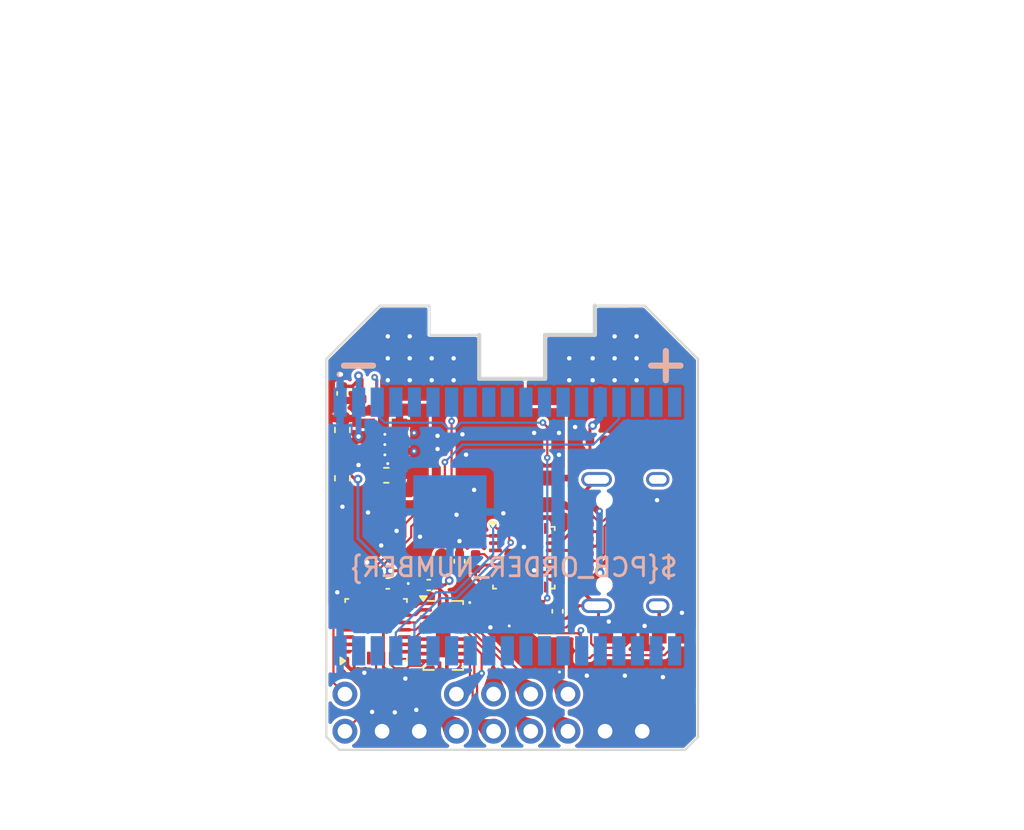
<source format=kicad_pcb>
(kicad_pcb (version 20241229) (generator "pcbnew") (generator_version "9.0")
  (layers (0 "F.Cu" signal) (4 "In1.Cu" signal) (6 "In2.Cu" signal) (2 "B.Cu" signal) (13 "F.Paste" user) (15 "B.Paste" user) (5 "F.SilkS" user "F.Silkscreen") (7 "B.SilkS" user "B.Silkscreen") (1 "F.Mask" user) (3 "B.Mask" user) (25 "Edge.Cuts" user))
  (net 0 "")
  (net 1 "Net-(J1-Pin_4)")
  (net 2 "Net-(J1-Pin_3)")
  (net 3 "Net-(J1-Pin_5)")
  (net 4 "USBD-")
  (net 5 "VUSB")
  (net 6 "USBD+")
  (net 8 "Net-(J2-CC2)")
  (net 9 "Net-(J2-CC1)")
  (net 11 "Net-(U2-NRST)")
  (net 12 "Net-(SW1-A)")
  (net 13 "Net-(SW2-A)")
  (net 14 "Net-(U4-NRST)")
  (net 15 "Net-(U4-PB8)")
  (net 16 "ESPBOOT")
  (net 26 "GND")
  (net 27 "+5V")
  (net 28 "3V3")
  (net 29 "ESPEN")
  (net 34 "ESPRX")
  (net 37 "ESPTX")
  (net 38 "STMTX")
  (net 39 "STMRX")
  (net 40 "SWDIO")
  (net 41 "SWDCLK")
  (net 72 "Net-(U2-PA6)")
  (net 73 "Net-(U2-PA7)")
  (net 74 "Net-(U2-PA4)")
  (net 75 "Net-(J1-Pin_6)")
  (net 76 "Net-(U2-PA5)")
  (net 77 "Net-(J3-Pin_3)")
  (net 78 "Net-(J3-Pin_2)")
  (net 79 "Net-(J3-Pin_1)")
  (net 80 "Net-(J3-Pin_4)")
  (net 81 "Net-(U2-PA1)")
  (net 84 "Net-(U2-PA3)")
  (net 90 "Net-(U2-PA0)")
  (net 94 "Net-(U2-PA2)")
  (footprint "Connector_PinHeader_2.54mm:PinHeader_1x08_P2.54mm_Vertical" (layer "F.Cu") (at 0 0 90)
    (property "Reference" "J1" (hide yes))
    (property "Value" "Conn_01x08_Male")
  )
  (footprint "Connector_PinHeader_2.54mm:PinHeader_1x04_P2.54mm_Vertical" (layer "F.Cu") (at -3.81 -2.54 90)
    (property "Reference" "J3" (hide yes))
    (property "Value" "Conn_01x04_Male")
  )
  (footprint "Connector_PinHeader_2.54mm:PinHeader_1x02_P2.54mm_Vertical" (layer "F.Cu") (at -11.43 -2.54)
    (property "Reference" "J4" (hide yes))
    (property "Value" "Conn_01x02_Male")
  )
  (footprint "footprints:USB_C_Receptacle_HRO_TYPE-C-31-M-12" (layer "F.Cu") (at 8.9 -12.9 90)
    (property "Reference" "J2" (hide yes))
    (property "Value" "USB_C_Receptacle_USB2.0")
  )
  (footprint "esp32-wrover:C_0603_1608Metric" (layer "F.Cu") (at -8.6 -17.5 180)
    (property "Reference" "C2" (hide yes))
    (property "Value" "10uF")
  )
  (footprint "esp32-wrover:C_0603_1608Metric" (layer "F.Cu") (at -11.6 -17.3 -90)
    (property "Reference" "C9" (hide yes))
    (property "Value" "10uF")
  )
  (footprint "esp32-wrover:C_0603_1608Metric" (layer "F.Cu") (at -11.6 -20.6 90)
    (property "Reference" "C4" (hide yes))
    (property "Value" "10uF")
  )
  (footprint "Capacitor_SMD:C_0402_1005Metric" (layer "F.Cu") (at -11.6 -23.1 -90)
    (property "Reference" "C5" (hide yes))
    (property "Value" "1uF")
  )
  (footprint "Resistor_SMD:R_0402_1005Metric" (layer "F.Cu") (at -9.77 -22.71)
    (property "Reference" "R5" (hide yes))
    (property "Value" "10k")
  )
  (footprint "Resistor_SMD:R_0402_1005Metric" (layer "F.Cu") (at -8.7 -3.5)
    (property "Reference" "R6" (hide yes))
    (property "Value" "10k")
  )
  (footprint "Resistor_SMD:R_0402_1005Metric" (layer "F.Cu") (at 5.8 -19.9)
    (property "Reference" "R8" (hide yes))
    (property "Value" "5.1k")
  )
  (footprint "Resistor_SMD:R_0402_1005Metric" (layer "F.Cu") (at 5.8 -18.8)
    (property "Reference" "R9" (hide yes))
    (property "Value" "5.1k")
  )
  (footprint "Resistor_SMD:R_0402_1005Metric" (layer "F.Cu") (at 1.9 -8.2 -90)
    (property "Reference" "R10" (hide yes))
    (property "Value" "470 Ohm")
  )
  (footprint "Resistor_SMD:R_0402_1005Metric" (layer "F.Cu") (at 0 -8.6)
    (property "Reference" "R11" (hide yes))
    (property "Value" "10k")
  )
  (footprint "Button_Switch_SMD:SW_Push_1P1T_NO_CK_KMR2" (layer "F.Cu") (at 7.2 -4.4 -90)
    (property "Reference" "SW1" (hide yes))
    (property "Value" "SW_SPST")
  )
  (footprint "Button_Switch_SMD:SW_Push_1P1T_NO_CK_KMR2" (layer "F.Cu") (at 10.85 -4.4 -90)
    (property "Reference" "SW2" (hide yes))
    (property "Value" "SW_SPST")
  )
  (footprint "Resistor_SMD:R_0402_1005Metric" (layer "F.Cu") (at 4.7 -5.5 -90)
    (property "Reference" "R12" (hide yes))
    (property "Value" "470 Ohm")
  )
  (footprint "footprints:SOT-23-5" (layer "F.Cu") (at -8.8 -20.1 180)
    (property "Reference" "U3" (hide yes))
    (property "Value" "ME6211C33M5G-N")
  )
  (footprint "Capacitor_SMD:C_0402_1005Metric" (layer "F.Cu") (at -3.6 -11.62 90)
    (property "Reference" "C1" (hide yes))
    (property "Value" "1uF")
  )
  (footprint "TestPoint:TestPoint_Pad_D1.0mm" (layer "F.Cu") (at -4.8 -13.4)
    (property "Reference" "TP1" (hide yes))
    (property "Value" "DFU")
  )
  (footprint "Resistor_SMD:R_0805_2012Metric" (layer "F.Cu") (at 2.63 -16.4 90)
    (property "Reference" "JP1" (hide yes))
    (property "Value" "Jumper_2_Open" (hide yes))
  )
  (footprint "Capacitor_SMD:C_0402_1005Metric" (layer "F.Cu") (at -8.5 -10.1)
    (property "Reference" "C7")
    (property "Value" "1uF")
  )
  (footprint "Package_DFN_QFN:QFN-28_4x4mm_P0.5mm" (layer "F.Cu") (at 0.8 -11.8625)
    (property "Reference" "U4")
    (property "Value" "STM32F042G6Ux")
  )
  (footprint "Resistor_SMD:R_0402_1005Metric" (layer "F.Cu") (at -2.5 -13.9 -90)
    (property "Reference" "R14")
    (property "Value" "10k")
  )
  (footprint "Capacitor_SMD:C_0402_1005Metric" (layer "F.Cu") (at -5.7 -10 180)
    (property "Reference" "C8")
    (property "Value" "1uF")
  )
  (footprint "Package_DFN_QFN:DHVQFN-20-1EP_2.5x4.5mm_P0.5mm_EP1x3mm" (layer "F.Cu") (at -4.7125 -6.55)
    (property "Reference" "U6")
    (property "Value" "74HCT245")
  )
  (footprint "Package_DFN_QFN:QFN-28_4x4mm_P0.5mm" (layer "F.Cu") (at -9.3 -6.9375 90)
    (property "Reference" "U2" (hide yes))
    (property "Value" "STM32F042G6Ux")
  )
  (footprint "Resistor_SMD:R_0402_1005Metric" (layer "F.Cu") (at -2.5 -11.6 -90)
    (property "Reference" "R13")
    (property "Value" "10k")
  )
  (footprint "TestPoint:TestPoint_Pad_D1.0mm" (layer "F.Cu") (at -4.8 -12)
    (property "Reference" "TP2" (hide yes))
    (property "Value" "DFU")
  )
  (footprint "Capacitor_SMD:C_0402_1005Metric" (layer "F.Cu") (at 3.1 -8.2 -90)
    (property "Reference" "C6")
    (property "Value" "1uF")
  )
  (footprint "esp32-wrover:XCVR_ESP32-WROVER" (layer "B.Cu") (at -3.5 -14 -90)
    (property "Reference" "U1" (hide yes))
    (property "Value" "ESP32-WROVER")
  )
  (gr_line (start 9.5 -25) (end 11.5 -25) (stroke (width 0.4)) (layer "F.SilkS"))
  (gr_line (start 10.5 -24) (end 10.5 -26) (stroke (width 0.4)) (layer "F.SilkS"))
  (gr_line (start -11.5 -25) (end -9.5 -25) (stroke (width 0.4)) (layer "F.SilkS"))
  (gr_line (start 9.5 -25) (end 11.5 -25) (stroke (width 0.4)) (layer "B.SilkS"))
  (gr_line (start -11.5 -25) (end -9.5 -25) (stroke (width 0.4)) (layer "B.SilkS"))
  (gr_line (start 10.5 -24) (end 10.5 -26) (stroke (width 0.4)) (layer "B.SilkS"))
  (gr_line (start -11.811 1.27) (end 11.811 1.27) (stroke (width 0.15)) (layer "Edge.Cuts"))
  (gr_line (start -5.649784 -27.1) (end -2.249992 -27.100034) (stroke (width 0.15)) (layer "Edge.Cuts"))
  (gr_line (start 9.05 -29.1) (end 12.7 -25.45) (stroke (width 0.15)) (layer "Edge.Cuts"))
  (gr_line (start 5.649267 -29.09991) (end 5.649267 -27.100034) (stroke (width 0.282843)) (layer "Edge.Cuts"))
  (gr_line (start 2.249992 -27.100034) (end 2.249992 -24.099698) (stroke (width 0.282843)) (layer "Edge.Cuts"))
  (gr_line (start -9.036755 -29.1) (end -12.7 -25.45) (stroke (width 0.15)) (layer "Edge.Cuts"))
  (gr_line (start -5.649784 -29.09991) (end -5.649784 -27.1) (stroke (width 0.15)) (layer "Edge.Cuts"))
  (gr_line (start 11.811 1.27) (end 12.7 0.4) (stroke (width 0.15)) (layer "Edge.Cuts"))
  (gr_line (start -12.7 0.381) (end -11.811 1.27) (stroke (width 0.15)) (layer "Edge.Cuts"))
  (gr_line (start 12.7 -24.449999) (end 12.7 -25.45) (stroke (width 0.15)) (layer "Edge.Cuts"))
  (gr_line (start 5.649267 -29.09991) (end 9.05 -29.1) (stroke (width 0.15)) (layer "Edge.Cuts"))
  (gr_line (start -12.7 0.381) (end -12.7 -24.45) (stroke (width 0.15)) (layer "Edge.Cuts"))
  (gr_line (start -12.7 -24.45) (end -12.7 -25.45) (stroke (width 0.15)) (layer "Edge.Cuts"))
  (gr_line (start 5.649267 -27.100034) (end 2.249992 -27.100034) (stroke (width 0.282843)) (layer "Edge.Cuts"))
  (gr_line (start -9.036755 -29.100037) (end -5.649784 -29.09991) (stroke (width 0.15)) (layer "Edge.Cuts"))
  (gr_line (start 2.249992 -24.099698) (end -2.249992 -24.099698) (stroke (width 0.282843)) (layer "Edge.Cuts"))
  (gr_line (start -2.249992 -24.099698) (end -2.249992 -27.100034) (stroke (width 0.282843)) (layer "Edge.Cuts"))
  (gr_line (start 12.7 0.4) (end 12.7 -24.449999) (stroke (width 0.15)) (layer "Edge.Cuts"))
  (gr_text "${PCB_ORDER_NUMBER}" (at 0.1 -11.2 0) (layer "B.SilkS") (effects (font (size 1.25 1.25) (thickness 0.2)) (justify mirror)))
  (segment (start -3.525 -4.477768) (end -3.525 -4.8) (width 0.15) (layer "F.Cu") (net 1))
  (segment (start -1.97 -0.7) (end -2.4 -0.7) (width 0.15) (layer "F.Cu") (net 1))
  (segment (start -3.09 -1.39) (end -4.33 -1.39) (width 0.15) (layer "F.Cu") (net 1))
  (segment (start -4.33 -1.39) (end -5 -2.06) (width 0.15) (layer "F.Cu") (net 1))
  (segment (start -2.4 -0.7) (end -3.09 -1.39) (width 0.15) (layer "F.Cu") (net 1))
  (segment (start -1.27 0) (end -1.97 -0.7) (width 0.15) (layer "F.Cu") (net 1))
  (segment (start -5 -2.06) (end -5 -3.002768) (width 0.15) (layer "F.Cu") (net 1))
  (segment (start -5 -3.002768) (end -3.525 -4.477768) (width 0.15) (layer "F.Cu") (net 1))
  (segment (start -4.4625 -3.969556) (end -5.5 -2.932056) (width 0.15) (layer "F.Cu") (net 2))
  (segment (start -5.5 -1.69) (end -3.81 0) (width 0.15) (layer "F.Cu") (net 2))
  (segment (start -4.4625 -4.3625) (end -4.4625 -3.969556) (width 0.15) (layer "F.Cu") (net 2))
  (segment (start -5.5 -2.932056) (end -5.5 -1.69) (width 0.15) (layer "F.Cu") (net 2))
  (segment (start -3.525 -5.3) (end -3.202768 -5.3) (width 0.15) (layer "F.Cu") (net 3))
  (segment (start -2.7 -3) (end -2.7 -1.9) (width 0.15) (layer "F.Cu") (net 3))
  (segment (start -2.7 -1.9) (end -1.9 -1.1) (width 0.15) (layer "F.Cu") (net 3))
  (segment (start -2.7 -3.1) (end -2.7 -3) (width 0.15) (layer "F.Cu") (net 3))
  (segment (start -2.9 -3.3) (end -2.7 -3.1) (width 0.15) (layer "F.Cu") (net 3))
  (segment (start -3.202768 -5.3) (end -2.8865 -4.983732) (width 0.15) (layer "F.Cu") (net 3))
  (segment (start 0.17 -1.1) (end 1.27 0) (width 0.15) (layer "F.Cu") (net 3))
  (segment (start -2.8865 -3.3135) (end -2.9 -3.3) (width 0.15) (layer "F.Cu") (net 3))
  (segment (start -1.9 -1.1) (end 0.17 -1.1) (width 0.15) (layer "F.Cu") (net 3))
  (segment (start -2.8865 -4.983732) (end -2.8865 -3.3135) (width 0.15) (layer "F.Cu") (net 3))
  (segment (start 3.904 -12.296) (end 4.05 -12.15) (width 0.15) (layer "F.Cu") (net 4))
  (segment (start 2.7375 -12.3625) (end 3.8375 -12.3625) (width 0.2) (layer "F.Cu") (net 4))
  (segment (start 4.855 -13.15) (end 4.028 -13.15) (width 0.15) (layer "F.Cu") (net 4))
  (segment (start 3.8375 -12.3625) (end 4.05 -12.15) (width 0.2) (layer "F.Cu") (net 4))
  (segment (start 3.904 -13.026) (end 3.904 -12.296) (width 0.15) (layer "F.Cu") (net 4))
  (segment (start 4.855 -12.15) (end 4.05 -12.15) (width 0.2) (layer "F.Cu") (net 4))
  (segment (start 4.028 -13.15) (end 3.904 -13.026) (width 0.15) (layer "F.Cu") (net 4))
  (segment (start 3.5875 -15.4875) (end 2.63 -15.4875) (width 0.45) (layer "F.Cu") (net 5))
  (segment (start 5.83 -10.71) (end 5.57 -10.45) (width 0.45) (layer "F.Cu") (net 5))
  (segment (start 3.6 -15.5) (end 3.5875 -15.4875) (width 0.45) (layer "F.Cu") (net 5))
  (segment (start 3.75 -15.35) (end 3.6 -15.5) (width 0.45) (layer "F.Cu") (net 5))
  (segment (start 6.01 -10.84) (end 5.88 -10.71) (width 0.45) (layer "F.Cu") (net 5))
  (segment (start 5.88 -15.05) (end 5.58 -15.35) (width 0.45) (layer "F.Cu") (net 5))
  (segment (start 4.805 -15.3) (end 4.855 -15.35) (width 0.15) (layer "F.Cu") (net 5))
  (segment (start 4.855 -15.35) (end 3.75 -15.35) (width 0.45) (layer "F.Cu") (net 5))
  (segment (start 5.58 -15.35) (end 4.855 -15.35) (width 0.45) (layer "F.Cu") (net 5))
  (segment (start 5.97 -15.05) (end 5.88 -15.05) (width 0.45) (layer "F.Cu") (net 5))
  (segment (start 5.57 -10.45) (end 4.855 -10.45) (width 0.45) (layer "F.Cu") (net 5))
  (segment (start 5.88 -10.71) (end 5.83 -10.71) (width 0.45) (layer "F.Cu") (net 5))
  (via (at 5.97 -15.05) (size 0.45) (drill 0.2) (layers "F.Cu" "B.Cu") (net 5))
  (via (at 6.01 -10.84) (size 0.6) (drill 0.3) (layers "F.Cu" "B.Cu") (net 5))
  (segment (start 5.97 -15.05) (end 5.97 -10.88) (width 0.45) (layer "B.Cu") (net 5))
  (segment (start 5.97 -10.88) (end 6.01 -10.84) (width 0.45) (layer "B.Cu") (net 5))
  (segment (start 5.75 -13.65) (end 4.855 -13.65) (width 0.2) (layer "F.Cu") (net 6))
  (segment (start 5.732 -12.65) (end 5.831 -12.749) (width 0.2) (layer "F.Cu") (net 6))
  (segment (start 3.2625 -12.8625) (end 2.7375 -12.8625) (width 0.2) (layer "F.Cu") (net 6))
  (segment (start 4.855 -12.65) (end 5.732 -12.65) (width 0.2) (layer "F.Cu") (net 6))
  (segment (start 4.855 -13.65) (end 4.05 -13.65) (width 0.2) (layer "F.Cu") (net 6))
  (segment (start 4.05 -13.65) (end 3.2625 -12.8625) (width 0.2) (layer "F.Cu") (net 6))
  (segment (start 5.831 -12.749) (end 5.831 -13.569) (width 0.2) (layer "F.Cu") (net 6))
  (segment (start 5.831 -13.569) (end 5.75 -13.65) (width 0.2) (layer "F.Cu") (net 6))
  (segment (start 5.84 -14.39) (end 6.24 -14.39) (width 0.15) (layer "F.Cu") (net 8))
  (segment (start 6.24 -14.39) (end 7.2 -15.35) (width 0.15) (layer "F.Cu") (net 8))
  (segment (start 4.855 -14.65) (end 5.58 -14.65) (width 0.15) (layer "F.Cu") (net 8))
  (segment (start 7.2 -15.35) (end 7.2 -17.5) (width 0.15) (layer "F.Cu") (net 8))
  (segment (start 5.58 -14.65) (end 5.84 -14.39) (width 0.15) (layer "F.Cu") (net 8))
  (segment (start 6.285 -18.415) (end 6.285 -18.8) (width 0.15) (layer "F.Cu") (net 8))
  (segment (start 7.2 -17.5) (end 6.285 -18.415) (width 0.15) (layer "F.Cu") (net 8))
  (segment (start 6.3 -14.007868) (end 6.3 -12.1) (width 0.15) (layer "F.Cu") (net 9))
  (segment (start 6.9 -18.224264) (end 7.5 -17.624264) (width 0.15) (layer "F.Cu") (net 9))
  (segment (start 6.3 -12.1) (end 5.85 -11.65) (width 0.15) (layer "F.Cu") (net 9))
  (segment (start 6.285 -19.9) (end 6.4 -19.9) (width 0.15) (layer "F.Cu") (net 9))
  (segment (start 6.4 -19.9) (end 6.9 -19.4) (width 0.15) (layer "F.Cu") (net 9))
  (segment (start 7.5 -15.207868) (end 6.3 -14.007868) (width 0.15) (layer "F.Cu") (net 9))
  (segment (start 5.85 -11.65) (end 4.855 -11.65) (width 0.15) (layer "F.Cu") (net 9))
  (segment (start 7.5 -17.624264) (end 7.5 -15.207868) (width 0.15) (layer "F.Cu") (net 9))
  (segment (start 6.9 -19.4) (end 6.9 -18.224264) (width 0.15) (layer "F.Cu") (net 9))
  (segment (start -9.185 -3.8) (end -9.3 -3.915) (width 0.15) (layer "F.Cu") (net 11))
  (segment (start -9.2 -3.6) (end -9.185 -3.615) (width 0.15) (layer "F.Cu") (net 11))
  (segment (start -9.185 -3.585) (end -9.2 -3.6) (width 0.15) (layer "F.Cu") (net 11))
  (segment (start -9.185 -3.615) (end -9.185 -3.8) (width 0.15) (layer "F.Cu") (net 11))
  (segment (start -9.3 -3.915) (end -9.3 -5.000001) (width 0.15) (layer "F.Cu") (net 11))
  (segment (start -9.185 -3.5) (end -9.185 -3.585) (width 0.15) (layer "F.Cu") (net 11))
  (segment (start 5.7 -5.7) (end 5.4 -6) (width 0.15) (layer "F.Cu") (net 12))
  (segment (start 3.7 -7.1) (end 2.1 -7.1) (width 0.15) (layer "F.Cu") (net 12))
  (segment (start 1.9 -7.3) (end 1.9 -7.715) (width 0.15) (layer "F.Cu") (net 12))
  (segment (start 7.6 -5.7) (end 5.7 -5.7) (width 0.15) (layer "F.Cu") (net 12))
  (segment (start 2.1 -7.1) (end 1.9 -7.3) (width 0.15) (layer "F.Cu") (net 12))
  (segment (start 5.4 -6) (end 5.4 -7.1) (width 0.15) (layer "F.Cu") (net 12))
  (segment (start 8 -6.1) (end 7.6 -5.7) (width 0.15) (layer "F.Cu") (net 12))
  (segment (start 5.4 -7.1) (end 5 -7.5) (width 0.15) (layer "F.Cu") (net 12))
  (segment (start 5 -7.5) (end 4.1 -7.5) (width 0.15) (layer "F.Cu") (net 12))
  (segment (start 4.1 -7.5) (end 3.7 -7.1) (width 0.15) (layer "F.Cu") (net 12))
  (segment (start 8 -6.45) (end 8 -6.1) (width 0.15) (layer "F.Cu") (net 12))
  (segment (start 5.5 -5.2) (end 5.315 -5.015) (width 0.15) (layer "F.Cu") (net 13))
  (segment (start 10.4 -5.2) (end 5.5 -5.2) (width 0.15) (layer "F.Cu") (net 13))
  (segment (start 11.65 -6.45) (end 10.4 -5.2) (width 0.15) (layer "F.Cu") (net 13))
  (segment (start 5.315 -5.015) (end 4.7 -5.015) (width 0.15) (layer "F.Cu") (net 13))
  (segment (start -1.6625 -11.8625) (end -1.909999 -12.109999) (width 0.15) (layer "F.Cu") (net 14))
  (segment (start -1.909999 -12.109999) (end -2.5 -12.109999) (width 0.15) (layer "F.Cu") (net 14))
  (segment (start -1.137499 -11.8625) (end -1.6625 -11.8625) (width 0.15) (layer "F.Cu") (net 14))
  (segment (start -2.709999 -13.6) (end -2.5 -13.390001) (width 0.15) (layer "F.Cu") (net 15))
  (segment (start -2.472499 -13.3625) (end -2.5 -13.390001) (width 0.15) (layer "F.Cu") (net 15))
  (segment (start -4.8 -13.4) (end -4.6 -13.6) (width 0.15) (layer "F.Cu") (net 15))
  (segment (start -4.6 -13.6) (end -2.709999 -13.6) (width 0.15) (layer "F.Cu") (net 15))
  (segment (start -1.1975 -13.3625) (end -2.472499 -13.3625) (width 0.15) (layer "F.Cu") (net 15))
  (segment (start 1.3 -9.925) (end 1.3 -9.415) (width 0.15) (layer "F.Cu") (net 16))
  (segment (start 4.5 -6.7) (end 4.7 -6.5) (width 0.15) (layer "F.Cu") (net 16))
  (segment (start 0.485 -8.015) (end 1.8 -6.7) (width 0.15) (layer "F.Cu") (net 16))
  (segment (start 1.3 -9.415) (end 0.485 -8.6) (width 0.15) (layer "F.Cu") (net 16))
  (segment (start 1.8 -6.7) (end 4.5 -6.7) (width 0.15) (layer "F.Cu") (net 16))
  (segment (start 0.485 -8.6) (end 0.485 -8.015) (width 0.15) (layer "F.Cu") (net 16))
  (segment (start 4.7 -6.5) (end 4.7 -5.985) (width 0.15) (layer "F.Cu") (net 16))
  (segment (start 4.7 -5.985) (end 4.7 -6.9) (width 0.15) (layer "F.Cu") (net 16))
  (via (at 4.7 -6.9) (size 0.45) (drill 0.2) (layers "F.Cu" "B.Cu") (net 16))
  (segment (start 4.7 -5.55) (end 4.75 -5.5) (width 0.15) (layer "B.Cu") (net 16))
  (segment (start 4.7 -6.9) (end 4.7 -5.55) (width 0.15) (layer "B.Cu") (net 16))
  (segment (start -11.7 -24.4) (end -11.6 -24.3) (width 0.24) (layer "F.Cu") (net 26))
  (segment (start 4.855 -16.305) (end 5.77 -17.22) (width 0.24) (layer "F.Cu") (net 26))
  (segment (start 4.855 -9.495) (end 5.77 -8.58) (width 0.24) (layer "F.Cu") (net 26))
  (segment (start -12.3 -24.3) (end -12.2 -24.4) (width 0.24) (layer "F.Cu") (net 26))
  (segment (start -8.02 -10.1) (end -7.1 -10.1) (width 0.2) (layer "F.Cu") (net 26))
  (segment (start -11.6 -15.8) (end -11.6 -16.8125) (width 0.4) (layer "F.Cu") (net 26))
  (segment (start -3.25 -8.8) (end -3.525 -8.525) (width 0.2) (layer "F.Cu") (net 26))
  (segment (start -3.6 -12.1) (end -3.6 -13) (width 0.2) (layer "F.Cu") (net 26))
  (segment (start 2.7375 -10.8625) (end 1.6375 -10.8625) (width 0.2) (layer "F.Cu") (net 26))
  (segment (start 10.05 -8.48) (end 9.95 -8.58) (width 0.24) (layer "F.Cu") (net 26))
  (segment (start -7.7 -20.1) (end -8.4 -20.1) (width 0.5) (layer "F.Cu") (net 26))
  (segment (start 4.855 -9.65) (end 4.855 -9.495) (width 0.24) (layer "F.Cu") (net 26))
  (segment (start 5.9 -7.3) (end 6.4 -6.8) (width 0.2) (layer "F.Cu") (net 26))
  (segment (start -3.525 -8.525) (end -3.525 -8.3) (width 0.2) (layer "F.Cu") (net 26))
  (segment (start -8.4 -20.1) (end -8.7 -20.4) (width 0.24) (layer "F.Cu") (net 26))
  (segment (start -5.225 -4.1) (end -6.8 -4.1) (width 0.2) (layer "F.Cu") (net 26))
  (segment (start -12.2125 -21.3875) (end -12.4 -21.2) (width 0.24) (layer "F.Cu") (net 26))
  (segment (start 5.315 -18.8) (end 5.315 -19.9) (width 0.2) (layer "F.Cu") (net 26))
  (segment (start -8.3 -8.875) (end -8.3 -9.5) (width 0.2) (layer "F.Cu") (net 26))
  (segment (start -11.6 -21.3875) (end -11.6 -22.615) (width 0.24) (layer "F.Cu") (net 26))
  (segment (start -12.2125 -16.5125) (end -11.6 -16.5125) (width 0.24) (layer "F.Cu") (net 26))
  (segment (start -10.1 -4) (end -10.6 -4) (width 0.2) (layer "F.Cu") (net 26))
  (segment (start -12.2 -24.4) (end -11.7 -24.4) (width 0.24) (layer "F.Cu") (net 26))
  (segment (start -7 -10) (end -7.1 -10.1) (width 0.2) (layer "F.Cu") (net 26))
  (segment (start 5.77 -8.58) (end 4.58 -8.58) (width 0.2) (layer "F.Cu") (net 26))
  (segment (start -6.8 -4.1) (end -7.3 -3.6) (width 0.2) (layer "F.Cu") (net 26))
  (segment (start 3.1 -7.72) (end 3.72 -7.72) (width 0.2) (layer "F.Cu") (net 26))
  (segment (start 5.315 -19.9) (end 5.315 -20.715) (width 0.2) (layer "F.Cu") (net 26))
  (segment (start -4.9625 -4.3625) (end -5.225 -4.1) (width 0.2) (layer "F.Cu") (net 26))
  (segment (start 4.855 -16.15) (end 4.855 -16.305) (width 0.24) (layer "F.Cu") (net 26))
  (segment (start 10.05 -6.45) (end 10.05 -8.48) (width 0.24) (layer "F.Cu") (net 26))
  (segment (start -12.1 -22.6) (end -12.3 -22.8) (width 0.24) (layer "F.Cu") (net 26))
  (segment (start -11.6 -21.3875) (end -12.2125 -21.3875) (width 0.24) (layer "F.Cu") (net 26))
  (segment (start -11.6 -22.615) (end -11.615 -22.6) (width 0.24) (layer "F.Cu") (net 26))
  (segment (start -2.9 -8.8) (end -3.25 -8.8) (width 0.2) (layer "F.Cu") (net 26))
  (segment (start -8.3 -9.5) (end -8.02 -9.78) (width 0.2) (layer "F.Cu") (net 26))
  (segment (start 1.6375 -10.8625) (end 1.5 -11) (width 0.2) (layer "F.Cu") (net 26))
  (segment (start 4.58 -8.58) (end 4.2 -8.2) (width 0.2) (layer "F.Cu") (net 26))
  (segment (start -12.3 -22.8) (end -12.3 -24.3) (width 0.24) (layer "F.Cu") (net 26))
  (segment (start -10.6 -4) (end -10.8 -4.2) (width 0.2) (layer "F.Cu") (net 26))
  (segment (start 3.72 -7.72) (end 4.2 -8.2) (width 0.2) (layer "F.Cu") (net 26))
  (segment (start 5.77 -8.58) (end 5.9 -8.45) (width 0.2) (layer "F.Cu") (net 26))
  (segment (start -6.18 -10) (end -7 -10) (width 0.2) (layer "F.Cu") (net 26))
  (segment (start -11.615 -22.6) (end -12.1 -22.6) (width 0.24) (layer "F.Cu") (net 26))
  (segment (start 5.315 -20.715) (end 5.5 -20.9) (width 0.2) (layer "F.Cu") (net 26))
  (segment (start -12.4 -21.2) (end -12.4 -16.7) (width 0.24) (layer "F.Cu") (net 26))
  (segment (start 5.77 -8.58) (end 5.92 -8.58) (width 0.24) (layer "F.Cu") (net 26))
  (segment (start -8.02 -9.78) (end -8.02 -10.1) (width 0.2) (layer "F.Cu") (net 26))
  (segment (start 6.4 -6.8) (end 6.4 -6.45) (width 0.2) (layer "F.Cu") (net 26))
  (segment (start 5.9 -8.45) (end 5.9 -7.3) (width 0.2) (layer "F.Cu") (net 26))
  (segment (start -10.8 -4.2) (end -10.8 -4.94) (width 0.2) (layer "F.Cu") (net 26))
  (segment (start -12.4 -16.7) (end -12.2125 -16.5125) (width 0.24) (layer "F.Cu") (net 26))
  (via (at -8.5 -25.5) (size 0.6) (drill 0.3) (layers "F.Cu" "B.Cu") (net 26))
  (via (at -8.5 -24) (size 0.6) (drill 0.3) (layers "F.Cu" "B.Cu") (net 26))
  (via (at -8.5 -27) (size 0.6) (drill 0.3) (layers "F.Cu" "B.Cu") (net 26))
  (via (at -8.7 -20.3) (size 0.45) (drill 0.2) (layers "F.Cu" "B.Cu") (net 26))
  (via (at -9.9 -11.55) (size 0.6) (drill 0.3) (layers "F.Cu" "B.Cu") (net 26))
  (via (at -10.1 -4) (size 0.6) (drill 0.3) (layers "F.Cu" "B.Cu") (net 26))
  (via (at -7.3 -3.6) (size 0.6) (drill 0.3) (layers "F.Cu" "B.Cu") (net 26))
  (via (at -2.6 -16.5) (size 0.6) (drill 0.3) (layers "F.Cu" "B.Cu") (net 26))
  (via (at -8.5 -18.3) (size 0.45) (drill 0.2) (layers "F.Cu" "B.Cu") (net 26))
  (via (at -8.7 -18.9) (size 0.45) (drill 0.2) (layers "F.Cu" "B.Cu") (net 26))
  (via (at -8.7 -19.6) (size 0.45) (drill 0.2) (layers "F.Cu" "B.Cu") (net 26))
  (via (at -6.3 -13.3) (size 0.6) (drill 0.3) (layers "F.Cu" "B.Cu") (net 26))
  (via (at -2.9 -8.8) (size 0.45) (drill 0.2) (layers "F.Cu" "B.Cu") (net 26))
  (via (at -4 -24) (size 0.6) (drill 0.3) (layers "F.Cu" "B.Cu") (net 26))
  (via (at -11.95 -9.5) (size 0.6) (drill 0.3) (layers "F.Cu" "B.Cu") (net 26))
  (via (at 3.2 -18.9) (size 0.6) (drill 0.3) (layers "F.Cu" "B.Cu") (net 26))
  (via (at -3.8 -14.8) (size 0.6) (drill 0.3) (layers "F.Cu" "B.Cu") (net 26))
  (via (at -5.5 -25.5) (size 0.6) (drill 0.3) (layers "F.Cu" "B.Cu") (net 26))
  (via (at 3.2 -20.4) (size 0.6) (drill 0.3) (layers "F.Cu" "B.Cu") (net 26))
  (via (at -5.1 -20.2) (size 0.6) (drill 0.3) (layers "F.Cu" "B.Cu") (net 26))
  (via (at -1.49 -7.1) (size 0.6) (drill 0.3) (layers "F.Cu" "B.Cu") (net 26))
  (via (at 1.5 -11) (size 0.6) (drill 0.3) (layers "F.Cu" "B.Cu") (net 26))
  (via (at 0.8 -12.6) (size 0.6) (drill 0.3) (layers "F.Cu" "B.Cu") (net 26))
  (via (at -5.1 -19.3) (size 0.6) (drill 0.3) (layers "F.Cu" "B.Cu") (net 26))
  (via (at -0.6 -14.9) (size 0.6) (drill 0.3) (layers "F.Cu" "B.Cu") (net 26))
  (via (at -3.4 -20.3) (size 0.6) (drill 0.3) (layers "F.Cu" "B.Cu") (net 26))
  (via (at -3.15 -18.91) (size 0.6) (drill 0.3) (layers "F.Cu" "B.Cu") (net 26))
  (via (at -7.1 -10.1) (size 0.45) (drill 0.2) (layers "F.Cu" "B.Cu") (net 26))
  (via (at -7.9 -13.7) (size 0.6) (drill 0.3) (layers "F.Cu" "B.Cu") (net 26))
  (via (at -9.85 -14.96) (size 0.6) (drill 0.3) (layers "F.Cu" "B.Cu") (net 26))
  (via (at -11.7 -24.4) (size 0.6) (drill 0.3) (layers "F.Cu" "B.Cu") (net 26))
  (via (at -7 -27) (size 0.6) (drill 0.3) (layers "F.Cu" "B.Cu") (net 26))
  (via (at -0.2 -7.2) (size 0.45) (drill 0.2) (layers "F.Cu" "B.Cu") (net 26))
  (via (at -10.5 -18.2) (size 0.6) (drill 0.3) (layers "F.Cu" "B.Cu") (net 26))
  (via (at -4 -25.5) (size 0.6) (drill 0.3) (layers "F.Cu" "B.Cu") (net 26))
  (via (at -7 -24) (size 0.6) (drill 0.3) (layers "F.Cu" "B.Cu") (net 26))
  (via (at -8.02 -1.29) (size 0.6) (drill 0.3) (layers "F.Cu" "B.Cu") (net 26))
  (via (at -5.5 -24) (size 0.6) (drill 0.3) (layers "F.Cu" "B.Cu") (net 26))
  (via (at -3.6 -13) (size 0.6) (drill 0.3) (layers "F.Cu" "B.Cu") (net 26))
  (via (at 3.23 -4.05) (size 0.45) (drill 0.2) (layers "F.Cu" "B.Cu") (net 26))
  (via (at 1.5 -20.4) (size 0.6) (drill 0.3) (layers "F.Cu" "B.Cu") (net 26))
  (via (at -6.55 -1.46) (size 0.6) (drill 0.3) (layers "F.Cu" "B.Cu") (net 26))
  (via (at -8.95 -12.7) (size 0.6) (drill 0.3) (layers "F.Cu" "B.Cu") (net 26))
  (via (at -7 -25.5) (size 0.6) (drill 0.3) (layers "F.Cu" "B.Cu") (net 26))
  (via (at -9.57 -1.32) (size 0.6) (drill 0.3) (layers "F.Cu" "B.Cu") (net 26))
  (via (at -11.6 -15.35) (size 0.6) (drill 0.3) (layers "F.Cu" "B.Cu") (net 26))
  (via (at 5.5 -20.9) (size 0.6) (drill 0.3) (layers "F.Cu" "B.Cu") (net 26))
  (segment (start -11.76 -5.5) (end -11.76 -6.24) (width 0.25) (layer "B.Cu") (net 26))
  (segment (start 5.5 -20.9) (end 6.02 -21.42) (width 0.4) (layer "B.Cu") (net 26))
  (segment (start 6.02 -21.42) (end 6.02 -22.5) (width 0.4) (layer "B.Cu") (net 26))
  (segment (start 5.4 -20.9) (end 5.5 -20.9) (width 0.4) (layer "B.Cu") (net 26))
  (segment (start -11.7 -24.4) (end -11.76 -24.34) (width 0.24) (layer "B.Cu") (net 26))
  (segment (start -11.76 -24.34) (end -11.76 -22.5) (width 0.24) (layer "B.Cu") (net 26))
  (segment (start -10.1 -26) (end -8.5 -26) (width 0.4) (layer "B.Cu") (net 26))
  (segment (start -8.89 -1.97) (end -10.76 -3.84) (width 0.4) (layer "B.Cu") (net 26))
  (segment (start -10.76 -3.84) (end -11.59 -3.84) (width 0.4) (layer "B.Cu") (net 26))
  (segment (start -11.59 -3.84) (end -11.76 -4.01) (width 0.4) (layer "B.Cu") (net 26))
  (segment (start -11.76 -4.01) (end -11.76 -5.5) (width 0.4) (layer "B.Cu") (net 26))
  (segment (start -11.7 -24.4) (end -10.1 -26) (width 0.4) (layer "B.Cu") (net 26))
  (segment (start 6.02 -22.5) (end 6.02 -23.365996) (width 0.4) (layer "B.Cu") (net 26))
  (segment (start -11.76 -22.5) (end -11.76 -19.46) (width 0.24) (layer "B.Cu") (net 26))
  (segment (start -8.89 0) (end -8.89 -1.97) (width 0.4) (layer "B.Cu") (net 26))
  (segment (start -11.76 -19.46) (end -10.5 -18.2) (width 0.24) (layer "B.Cu") (net 26))
  (segment (start -6.7 -21.05) (end -6.7 -20.42) (width 0.5) (layer "F.Cu") (net 27))
  (segment (start 7.2 -3.3) (end 7.2 -1.59) (width 0.2) (layer "F.Cu") (net 27))
  (segment (start -4.3 -10.3) (end -4.6 -10) (width 0.2) (layer "F.Cu") (net 27))
  (segment (start 3.9125 -17.3125) (end 4.3 -17.7) (width 0.45) (layer "F.Cu") (net 27))
  (segment (start -4.9625 -8.7375) (end -4.9625 -9.7425) (width 0.2) (layer "F.Cu") (net 27))
  (segment (start -4.6 -10) (end -5.22 -10) (width 0.2) (layer "F.Cu") (net 27))
  (segment (start -6.7 -19.15) (end -7.8 -19.15) (width 0.5) (layer "F.Cu") (net 27))
  (segment (start -4.4625 -9.2425) (end -5.22 -10) (width 0.2) (layer "F.Cu") (net 27))
  (segment (start 4.3 -17.7) (end 4.3 -20.8) (width 0.45) (layer "F.Cu") (net 27))
  (segment (start 7.7 -3.8) (end 7.2 -3.3) (width 0.2) (layer "F.Cu") (net 27))
  (segment (start -7.8 -21.05) (end -6.7 -21.05) (width 0.5) (layer "F.Cu") (net 27))
  (segment (start -7.8125 -17.75) (end -7.8125 -19.1375) (width 0.4) (layer "F.Cu") (net 27))
  (segment (start 10.849999 -1.759999) (end 10.85 -3.19) (width 0.19) (layer "F.Cu") (net 27))
  (segment (start 2.63 -17.3125) (end 3.9125 -17.3125) (width 0.45) (layer "F.Cu") (net 27))
  (segment (start -7.8125 -19.1375) (end -7.8 -19.15) (width 0.24) (layer "F.Cu") (net 27))
  (segment (start -4.4625 -8.7375) (end -4.4625 -9.2425) (width 0.2) (layer "F.Cu") (net 27))
  (segment (start 10.3 -3.7) (end 10.829999 -3.170001) (width 0.24) (layer "F.Cu") (net 27))
  (segment (start -6.7 -19.15) (end -6.7 -20.4) (width 0.5) (layer "F.Cu") (net 27))
  (segment (start -4.9625 -9.7425) (end -5.22 -10) (width 0.2) (layer "F.Cu") (net 27))
  (via (at 8.5 -25.5) (size 0.6) (drill 0.3) (layers "F.Cu" "B.Cu") (net 27))
  (via (at 7 -25.5) (size 0.6) (drill 0.3) (layers "F.Cu" "B.Cu") (net 27))
  (via (at 8.5 -24) (size 0.6) (drill 0.3) (layers "F.Cu" "B.Cu") (net 27))
  (via (at 7 -27) (size 0.6) (drill 0.3) (layers "F.Cu" "B.Cu") (net 27))
  (via (at 7 -24) (size 0.6) (drill 0.3) (layers "F.Cu" "B.Cu") (net 27))
  (via (at 8.5 -27) (size 0.6) (drill 0.3) (layers "F.Cu" "B.Cu") (net 27))
  (via (at 5.5 -25.5) (size 0.6) (drill 0.3) (layers "F.Cu" "B.Cu") (net 27))
  (via (at -6.7 -19.15) (size 0.45) (drill 0.2) (layers "F.Cu" "B.Cu") (net 27))
  (via (at 5.1 -3.8) (size 0.6) (drill 0.3) (layers "F.Cu" "B.Cu") (net 27))
  (via (at 7.7 -3.8) (size 0.6) (drill 0.3) (layers "F.Cu" "B.Cu") (net 27))
  (via (at 10.3 -3.7) (size 0.6) (drill 0.3) (layers "F.Cu" "B.Cu") (net 27))
  (via (at -6.7 -20.4) (size 0.45) (drill 0.2) (layers "F.Cu" "B.Cu") (net 27))
  (via (at 5.5 -24) (size 0.6) (drill 0.3) (layers "F.Cu" "B.Cu") (net 27))
  (via (at 3.9 -25.5) (size 0.6) (drill 0.3) (layers "F.Cu" "B.Cu") (net 27))
  (via (at 3.9 -24) (size 0.6) (drill 0.3) (layers "F.Cu" "B.Cu") (net 27))
  (via (at 11.6 -8.1) (size 0.6) (drill 0.3) (layers "F.Cu" "B.Cu") (net 27))
  (via (at 4.3 -20.8) (size 0.6) (drill 0.3) (layers "F.Cu" "B.Cu") (net 27))
  (via (at 9.05 -7.2) (size 0.6) (drill 0.3) (layers "F.Cu" "B.Cu") (net 27))
  (via (at 6.6 -7.5) (size 0.6) (drill 0.3) (layers "F.Cu" "B.Cu") (net 27))
  (via (at 9.9 -15.8) (size 0.6) (drill 0.3) (layers "F.Cu" "B.Cu") (net 27))
  (via (at -4.3 -10.3) (size 0.6) (drill 0.3) (layers "F.Cu" "B.Cu") (net 27))
  (segment (start -11.6 -18.3875) (end -11.6 -19.8125) (width 0.4) (layer "F.Cu") (net 28))
  (segment (start -10.915 -23.585) (end -10.5 -24) (width 0.24) (layer "F.Cu") (net 28))
  (segment (start -8.98 -10.32) (end -8.33 -10.97) (width 0.2) (layer "F.Cu") (net 28))
  (segment (start 2.0375 -11.3625) (end 1.8 -11.6) (width 0.2) (layer "F.Cu") (net 28))
  (segment (start 2.7375 -11.3625) (end 3.3375 -11.3625) (width 0.2) (layer "F.Cu") (net 28))
  (segment (start -10.255 -24.055) (end -10.5 -24.3) (width 0.2) (layer "F.Cu") (net 28))
  (segment (start -8.8 -5) (end -8.8 -7.7) (width 0.2) (layer "F.Cu") (net 28))
  (segment (start 2.0625 -11.8625) (end 1.8 -11.6) (width 0.2) (layer "F.Cu") (net 28))
  (segment (start 1.8 -11.6) (end 0 -11.6) (width 0.2) (layer "F.Cu") (net 28))
  (segment (start -2.5 -11.090001) (end -2.5 -10.5) (width 0.2) (layer "F.Cu") (net 28))
  (segment (start -10 -19.15) (end -10 -19.65) (width 0.4) (layer "F.Cu") (net 28))
  (segment (start -8.8 -8.875) (end -8.8 -9.4) (width 0.2) (layer "F.Cu") (net 28))
  (segment (start -4.990001 -11.090001) (end -2.5 -11.090001) (width 0.2) (layer "F.Cu") (net 28))
  (segment (start 2.7375 -11.3625) (end 2.0375 -11.3625) (width 0.2) (layer "F.Cu") (net 28))
  (segment (start -9.3 -8.2) (end -8.8 -7.7) (width 0.2) (layer "F.Cu") (net 28))
  (segment (start 2.737499 -11.8625) (end 2.0625 -11.8625) (width 0.2) (layer "F.Cu") (net 28))
  (segment (start -2.5 -10.5) (end -0.6 -8.6) (width 0.2) (layer "F.Cu") (net 28))
  (segment (start -8.8 -7.7) (end -8.8 -8.875) (width 0.2) (layer "F.Cu") (net 28))
  (segment (start -10.8375 -19.8125) (end -10.5 -20.15) (width 0.4) (layer "F.Cu") (net 28))
  (segment (start 3.1 -9.75) (end 3.1 -8.68) (width 0.2) (layer "F.Cu") (net 28))
  (segment (start -10 -19.65) (end -10.5 -20.15) (width 0.4) (layer "F.Cu") (net 28))
  (segment (start -3.94 -11.14) (end -3.6 -11.14) (width 0.2) (layer "F.Cu") (net 28))
  (segment (start -11.6 -19.8125) (end -10.8375 -19.8125) (width 0.4) (layer "F.Cu") (net 28))
  (segment (start -2.5 -11.090001) (end -2.209999 -11.090001) (width 0.2) (layer "F.Cu") (net 28))
  (segment (start -8.8 -4.385) (end -8.215 -3.8) (width 0.2) (layer "F.Cu") (net 28))
  (segment (start -2.209999 -11.090001) (end -1.9375 -11.3625) (width 0.2) (layer "F.Cu") (net 28))
  (segment (start -1.9375 -11.3625) (end -1.1375 -11.3625) (width 0.2) (layer "F.Cu") (net 28))
  (segment (start 3.49 -11.21) (end 3.49 -10.14) (width 0.2) (layer "F.Cu") (net 28))
  (segment (start -8.98 -10.1) (end -8.98 -10.32) (width 0.2) (layer "F.Cu") (net 28))
  (segment (start -8.8 -5) (end -8.8 -4.385) (width 0.2) (layer "F.Cu") (net 28))
  (segment (start 0 -11.6) (end -0.2375 -11.3625) (width 0.2) (layer "F.Cu") (net 28))
  (segment (start -9.3 -8.874999) (end -9.3 -8.2) (width 0.2) (layer "F.Cu") (net 28))
  (segment (start -5.110002 -10.97) (end -4.990001 -11.090001) (width 0.2) (layer "F.Cu") (net 28))
  (segment (start 3.3375 -11.3625) (end 3.49 -11.21) (width 0.2) (layer "F.Cu") (net 28))
  (segment (start -4.8 -12) (end -3.94 -11.14) (width 0.2) (layer "F.Cu") (net 28))
  (segment (start -10.255 -22.71) (end -10.255 -24.055) (width 0.2) (layer "F.Cu") (net 28))
  (segment (start -8.98 -9.58) (end -8.98 -10.1) (width 0.2) (layer "F.Cu") (net 28))
  (segment (start -11.6 -23.585) (end -10.915 -23.585) (width 0.24) (layer "F.Cu") (net 28))
  (segment (start -0.6 -8.6) (end -0.485 -8.6) (width 0.2) (layer "F.Cu") (net 28))
  (segment (start -10.7525 -17.24) (end -11.6 -18.0875) (width 0.2) (layer "F.Cu") (net 28))
  (segment (start -10.5 -24.3) (end -10.5 -24) (width 0.24) (layer "F.Cu") (net 28))
  (segment (start -0.2375 -11.3625) (end -1.1375 -11.3625) (width 0.2) (layer "F.Cu") (net 28))
  (segment (start -8.215 -3.5) (end -8.215 -3.8) (width 0.2) (layer "F.Cu") (net 28))
  (segment (start 3.49 -10.14) (end 3.1 -9.75) (width 0.2) (layer "F.Cu") (net 28))
  (segment (start -10.54 -17.24) (end -10.7525 -17.24) (width 0.2) (layer "F.Cu") (net 28))
  (segment (start -8.33 -10.97) (end -5.110002 -10.97) (width 0.2) (layer "F.Cu") (net 28))
  (segment (start -8.8 -9.4) (end -8.98 -9.58) (width 0.2) (layer "F.Cu") (net 28))
  (via (at -10.5 -20.15) (size 0.6) (drill 0.3) (layers "F.Cu" "B.Cu") (net 28))
  (via (at -10.54 -17.24) (size 0.6) (drill 0.3) (layers "F.Cu" "B.Cu") (net 28))
  (via (at -10.5 -24.3) (size 0.6) (drill 0.3) (layers "F.Cu" "B.Cu") (net 28))
  (via (at -8.33 -10.97) (size 0.6) (drill 0.3) (layers "F.Cu" "B.Cu") (net 28))
  (segment (start -10.5 -24.3) (end -10.49 -24.29) (width 0.24) (layer "B.Cu") (net 28))
  (segment (start -10.49 -24.29) (end -10.49 -22.5) (width 0.4) (layer "B.Cu") (net 28))
  (segment (start -10.5 -20) (end -10.5 -22.49) (width 0.4) (layer "B.Cu") (net 28))
  (segment (start -10.54 -13.18) (end -10.54 -17.24) (width 0.2) (layer "B.Cu") (net 28))
  (segment (start -8.33 -10.97) (end -10.54 -13.18) (width 0.2) (layer "B.Cu") (net 28))
  (segment (start -10.5 -22.49) (end -10.49 -22.5) (width 0.24) (layer "B.Cu") (net 28))
  (segment (start 2.4 -20.8) (end 2.4 -18.7) (width 0.15) (layer "F.Cu") (net 29))
  (segment (start -9.285 -22.71) (end -9.285 -24.085) (width 0.15) (layer "F.Cu") (net 29))
  (segment (start 1.9 -9.2) (end 1.9 -8.685) (width 0.15) (layer "F.Cu") (net 29))
  (segment (start -9.285 -24.085) (end -9.4 -24.2) (width 0.15) (layer "F.Cu") (net 29))
  (segment (start 1.9 -8.685) (end 1.985 -8.685) (width 0.15) (layer "F.Cu") (net 29))
  (segment (start 1.985 -8.685) (end 2.4 -9.1) (width 0.15) (layer "F.Cu") (net 29))
  (segment (start 1.8 -9.925) (end 1.8 -9.3) (width 0.15) (layer "F.Cu") (net 29))
  (segment (start 1.8 -9.3) (end 1.9 -9.2) (width 0.15) (layer "F.Cu") (net 29))
  (segment (start 2.1 -21.1) (end 2.4 -20.8) (width 0.15) (layer "F.Cu") (net 29))
  (via (at 2.1 -21.1) (size 0.45) (drill 0.2) (layers "F.Cu" "B.Cu") (net 29))
  (via (at -9.4 -24.2) (size 0.45) (drill 0.2) (layers "F.Cu" "B.Cu") (net 29))
  (via (at 2.4 -18.7) (size 0.45) (drill 0.2) (layers "F.Cu" "B.Cu") (net 29))
  (via (at 2.4 -9.1) (size 0.45) (drill 0.2) (layers "F.Cu" "B.Cu") (net 29))
  (segment (start -4.8 -21.1) (end -8.7 -21.1) (width 0.15) (layer "B.Cu") (net 29))
  (segment (start -8.7 -21.1) (end -9.22 -21.62) (width 0.15) (layer "B.Cu") (net 29))
  (segment (start -9.4 -24.2) (end -9.22 -24.02) (width 0.15) (layer "B.Cu") (net 29))
  (segment (start -4.4 -20.7) (end -4.8 -21.1) (width 0.15) (layer "B.Cu") (net 29))
  (segment (start -3.9 -20.7) (end -4.4 -20.7) (width 0.15) (layer "B.Cu") (net 29))
  (segment (start 2.4 -18.7) (end 2.4 -9.1) (width 0.15) (layer "B.Cu") (net 29))
  (segment (start -9.22 -21.62) (end -9.22 -22.5) (width 0.15) (layer "B.Cu") (net 29))
  (segment (start -3.5 -21.1) (end -3.9 -20.7) (width 0.15) (layer "B.Cu") (net 29))
  (segment (start -9.22 -24.02) (end -9.22 -22.5) (width 0.15) (layer "B.Cu") (net 29))
  (segment (start 2.1 -21.1) (end -3.5 -21.1) (width 0.15) (layer "B.Cu") (net 29))
  (segment (start -0.2 -13) (end -0.1 -12.9) (width 0.15) (layer "F.Cu") (net 34))
  (segment (start -0.2 -13.8) (end -0.2 -13) (width 0.15) (layer "F.Cu") (net 34))
  (via (at -0.1 -12.9) (size 0.45) (drill 0.2) (layers "F.Cu" "B.Cu") (net 34))
  (segment (start -4.9 -9.1) (end -6.68 -7.32) (width 0.15) (layer "B.Cu") (net 34))
  (segment (start -3.8 -9.1) (end -4.9 -9.1) (width 0.15) (layer "B.Cu") (net 34))
  (segment (start -6.68 -7.32) (end -6.68 -5.5) (width 0.15) (layer "B.Cu") (net 34))
  (segment (start -0.1 -12.8) (end -3.8 -9.1) (width 0.15) (layer "B.Cu") (net 34))
  (segment (start -0.1 -12.9) (end -0.1 -12.8) (width 0.15) (layer "B.Cu") (net 34))
  (segment (start -6.68 -6.42) (end -6.68 -5.5) (width 0.25) (layer "B.Cu") (net 34))
  (segment (start -0.7 -13.86) (end -1.06 -13.86) (width 0.15) (layer "F.Cu") (net 37))
  (segment (start -1.06 -13.86) (end -1.3 -14.1) (width 0.15) (layer "F.Cu") (net 37))
  (via (at -1.3 -14.1) (size 0.45) (drill 0.2) (layers "F.Cu" "B.Cu") (net 37))
  (segment (start -5.2 -9.5) (end -7.95 -6.75) (width 0.15) (layer "B.Cu") (net 37))
  (segment (start -1.3 -14.1) (end -1.3 -12.1) (width 0.15) (layer "B.Cu") (net 37))
  (segment (start -3.9 -9.5) (end -5.2 -9.5) (width 0.15) (layer "B.Cu") (net 37))
  (segment (start -1.3 -12.1) (end -3.9 -9.5) (width 0.15) (layer "B.Cu") (net 37))
  (segment (start -7.95 -6.75) (end -7.95 -5.5) (width 0.15) (layer "B.Cu") (net 37))
  (segment (start -9.8 -8.875) (end -9.8 -10.374322) (width 0.15) (layer "F.Cu") (net 38))
  (segment (start -6.9 -14) (end -4.14 -16.76) (width 0.15) (layer "F.Cu") (net 38))
  (segment (start -4.14 -16.76) (end -4.14 -21.2) (width 0.15) (layer "F.Cu") (net 38))
  (segment (start -9.8 -10.374322) (end -6.9 -13.274322) (width 0.15) (layer "F.Cu") (net 38))
  (segment (start -6.9 -13.274322) (end -6.9 -14) (width 0.15) (layer "F.Cu") (net 38))
  (via (at -4.14 -21.2) (size 0.45) (drill 0.2) (layers "F.Cu" "B.Cu") (net 38))
  (segment (start -4.14 -22.5) (end -4.14 -21.2) (width 0.15) (layer "B.Cu") (net 38))
  (segment (start -4.6 -16.9) (end -4.6 -18.4) (width 0.15) (layer "F.Cu") (net 39))
  (segment (start -10.3 -10.3) (end -7.3 -13.3) (width 0.15) (layer "F.Cu") (net 39))
  (segment (start -7.3 -14.2) (end -4.6 -16.9) (width 0.15) (layer "F.Cu") (net 39))
  (segment (start -10.3 -8.875) (end -10.3 -10.3) (width 0.15) (layer "F.Cu") (net 39))
  (segment (start -7.3 -13.3) (end -7.3 -14.2) (width 0.15) (layer "F.Cu") (net 39))
  (via (at -4.6 -18.4) (size 0.45) (drill 0.2) (layers "F.Cu" "B.Cu") (net 39))
  (segment (start -3.4 -19.6) (end 5.54 -19.6) (width 0.15) (layer "B.Cu") (net 39))
  (segment (start 5.54 -19.6) (end 7.29 -21.35) (width 0.15) (layer "B.Cu") (net 39))
  (segment (start -4.6 -18.4) (end -3.4 -19.6) (width 0.15) (layer "B.Cu") (net 39))
  (segment (start 7.29 -21.35) (end 7.29 -22.5) (width 0.15) (layer "B.Cu") (net 39))
  (segment (start -12.212 -3.322) (end -12.212 -8.336178) (width 0.15) (layer "F.Cu") (net 40))
  (segment (start -11.613178 -8.935) (end -10.8 -8.935) (width 0.15) (layer "F.Cu") (net 40))
  (segment (start -11.43 -2.54) (end -12.212 -3.322) (width 0.15) (layer "F.Cu") (net 40))
  (segment (start -12.212 -8.336178) (end -11.613178 -8.935) (width 0.15) (layer "F.Cu") (net 40))
  (segment (start -11.911 -4.542694) (end -11.911 -8.2115) (width 0.15) (layer "F.Cu") (net 41))
  (segment (start -10.3 -1.13) (end -11.43 0) (width 0.15) (layer "F.Cu") (net 41))
  (segment (start -11.911 -8.2115) (end -11.685 -8.4375) (width 0.15) (layer "F.Cu") (net 41))
  (segment (start -11.685 -8.4375) (end -11.2975 -8.4375) (width 0.15) (layer "F.Cu") (net 41))
  (segment (start -10.3 -2.931694) (end -11.911 -4.542694) (width 0.15) (layer "F.Cu") (net 41))
  (segment (start -10.3 -1.13) (end -10.3 -2.931694) (width 0.15) (layer "F.Cu") (net 41))
  (segment (start -6.222232 -7.8) (end -5.9 -7.8) (width 0.15) (layer "F.Cu") (net 72))
  (segment (start -7.3625 -7.4375) (end -6.584732 -7.4375) (width 0.15) (layer "F.Cu") (net 72))
  (segment (start -6.584732 -7.4375) (end -6.222232 -7.8) (width 0.15) (layer "F.Cu") (net 72))
  (segment (start -6.584732 -7.9375) (end -6.222232 -8.3) (width 0.15) (layer "F.Cu") (net 73))
  (segment (start -7.3625 -7.9375) (end -6.584732 -7.9375) (width 0.15) (layer "F.Cu") (net 73))
  (segment (start -6.222232 -8.3) (end -5.9 -8.3) (width 0.15) (layer "F.Cu") (net 73))
  (segment (start -6.222232 -6.8) (end -5.9 -6.8) (width 0.15) (layer "F.Cu") (net 74))
  (segment (start -7.3625 -6.4375) (end -6.584732 -6.4375) (width 0.15) (layer "F.Cu") (net 74))
  (segment (start -6.584732 -6.4375) (end -6.222232 -6.8) (width 0.15) (layer "F.Cu") (net 74))
  (segment (start 2.41 -1.4) (end 3.81 0) (width 0.15) (layer "F.Cu") (net 75))
  (segment (start -2.399 -2.099) (end -1.701 -1.401) (width 0.15) (layer "F.Cu") (net 75))
  (segment (start -3.525 -5.8) (end -3.112501 -5.8) (width 0.15) (layer "F.Cu") (net 75))
  (segment (start -2.399 -3.5) (end -2.399 -2.099) (width 0.15) (layer "F.Cu") (net 75))
  (segment (start -2.5855 -3.6855) (end -2.4 -3.5) (width 0.15) (layer "F.Cu") (net 75))
  (segment (start -1.701 -1.401) (end 0.294678 -1.401) (width 0.15) (layer "F.Cu") (net 75))
  (segment (start 0.294678 -1.401) (end 0.295678 -1.4) (width 0.15) (layer "F.Cu") (net 75))
  (segment (start -2.5855 -5.272999) (end -2.5855 -3.6855) (width 0.15) (layer "F.Cu") (net 75))
  (segment (start -3.112501 -5.8) (end -2.5855 -5.272999) (width 0.15) (layer "F.Cu") (net 75))
  (segment (start -2.4 -3.5) (end -2.399 -3.5) (width 0.15) (layer "F.Cu") (net 75))
  (segment (start 0.295678 -1.4) (end 2.41 -1.4) (width 0.15) (layer "F.Cu") (net 75))
  (segment (start -6.222232 -7.3) (end -5.9 -7.3) (width 0.15) (layer "F.Cu") (net 76))
  (segment (start -6.584732 -6.9375) (end -6.222232 -7.3) (width 0.15) (layer "F.Cu") (net 76))
  (segment (start -7.362501 -6.9375) (end -6.584732 -6.9375) (width 0.15) (layer "F.Cu") (net 76))
  (segment (start -3.186823 -7.3) (end -0.7 -4.813177) (width 0.15) (layer "F.Cu") (net 77))
  (segment (start -3.525 -7.3) (end -3.186823 -7.3) (width 0.15) (layer "F.Cu") (net 77))
  (segment (start -0.045 -3.855) (end 1.27 -2.54) (width 0.15) (layer "F.Cu") (net 77))
  (segment (start -0.7 -4.5) (end -0.055 -3.855) (width 0.15) (layer "F.Cu") (net 77))
  (segment (start -0.055 -3.855) (end -0.045 -3.855) (width 0.15) (layer "F.Cu") (net 77))
  (segment (start -0.7 -4.813177) (end -0.7 -4.5) (width 0.15) (layer "F.Cu") (net 77))
  (segment (start -1.27 -4.957499) (end -1.27 -2.54) (width 0.15) (layer "F.Cu") (net 78))
  (segment (start -3.525 -6.8) (end -3.112501 -6.8) (width 0.15) (layer "F.Cu") (net 78))
  (segment (start -1.3 -2.57) (end -1.27 -2.54) (width 0.15) (layer "F.Cu") (net 78))
  (segment (start -3.112501 -6.8) (end -1.27 -4.957499) (width 0.15) (layer "F.Cu") (net 78))
  (segment (start -3.112501 -6.3) (end -2.086698 -5.274197) (width 0.15) (layer "F.Cu") (net 79))
  (segment (start -3.525 -6.3) (end -3.112501 -6.3) (width 0.15) (layer "F.Cu") (net 79))
  (segment (start -2.086698 -5.274197) (end -2.086698 -3.962302) (width 0.15) (layer "F.Cu") (net 79))
  (via (at -2.086698 -3.962302) (size 0.45) (drill 0.2) (layers "F.Cu" "B.Cu") (net 79))
  (segment (start -3.37 -2.54) (end -3.81 -2.54) (width 0.15) (layer "B.Cu") (net 79))
  (segment (start -2.086698 -3.962302) (end -2.086698 -3.823302) (width 0.24) (layer "B.Cu") (net 79))
  (segment (start -2.086698 -3.823302) (end -3.37 -2.54) (width 0.24) (layer "B.Cu") (net 79))
  (segment (start 0.6 -4) (end 2.35 -4) (width 0.15) (layer "F.Cu") (net 80))
  (segment (start -3.525 -7.8) (end -3.2 -7.8) (width 0.15) (layer "F.Cu") (net 80))
  (segment (start -3.2 -7.8) (end 0.6 -4) (width 0.15) (layer "F.Cu") (net 80))
  (segment (start 2.35 -4) (end 3.81 -2.54) (width 0.15) (layer "F.Cu") (net 80))
  (segment (start -6.656554 -4.94) (end -7.8 -4.94) (width 0.15) (layer "F.Cu") (net 81))
  (segment (start -5.9 -5.3) (end -6.296554 -5.3) (width 0.15) (layer "F.Cu") (net 81))
  (segment (start -6.296554 -5.3) (end -6.656554 -4.94) (width 0.15) (layer "F.Cu") (net 81))
  (segment (start -6.584732 -5.9375) (end -6.222232 -6.3) (width 0.15) (layer "F.Cu") (net 84))
  (segment (start -7.3625 -5.9375) (end -6.584732 -5.9375) (width 0.15) (layer "F.Cu") (net 84))
  (segment (start -6.222232 -6.3) (end -5.9 -6.3) (width 0.15) (layer "F.Cu") (net 84))
  (segment (start -8.3 -5) (end -8.3 -4.562501) (width 0.15) (layer "F.Cu") (net 90))
  (segment (start -7.2 -4.3) (end -7.024 -4.476) (width 0.15) (layer "F.Cu") (net 90))
  (segment (start -8.037499 -4.3) (end -7.2 -4.3) (width 0.15) (layer "F.Cu") (net 90))
  (segment (start -7.024 -4.476) (end -6.224 -4.476) (width 0.15) (layer "F.Cu") (net 90))
  (segment (start -6.224 -4.476) (end -5.9 -4.8) (width 0.15) (layer "F.Cu") (net 90))
  (segment (start -8.3 -4.562501) (end -8.037499 -4.3) (width 0.15) (layer "F.Cu") (net 90))
  (segment (start -7.3025 -5.4375) (end -6.584732 -5.4375) (width 0.15) (layer "F.Cu") (net 94))
  (segment (start -6.584732 -5.4375) (end -6.222232 -5.8) (width 0.15) (layer "F.Cu") (net 94))
  (segment (start -6.222232 -5.8) (end -5.9 -5.8) (width 0.15) (layer "F.Cu") (net 94))
  (zone (net 28) (net_name "3V3") (layer "F.Cu") (priority 1) (connect_pads (clearance 0.2)) (min_thickness 0.254) (fill yes (thermal_gap 0.2) (thermal_bridge_width 0.508))
    (polygon (pts (xy -9.4 -18.1) (xy -10.6 -18.1) (xy -10.6 -17.7) (xy -12.3 -17.7) (xy -12.3 -20.6) (xy -9.4 -20.6)))
  )
  (zone (net 27) (net_name "+5V") (layer "F.Cu") (priority 1) (connect_pads (clearance 0.2)) (min_thickness 0.254) (fill yes (thermal_gap 0.2) (thermal_bridge_width 0.508))
    (polygon (pts (xy -5.7 -17.2) (xy -6.85 -16) (xy -8 -16) (xy -8 -22.4) (xy -5.7 -22.4)))
  )
  (zone (net 1) (net_name "Net-(J1-Pin_4)") (layer "F.Cu") (priority 1) (connect_pads yes (clearance 0.2)) (min_thickness 0.254) (fill yes (thermal_gap 0.508) (thermal_bridge_width 0.508))
    (polygon (pts (xy -1.92 0.55) (xy -2.8 -0.97) (xy -2.8 -1.07) (xy -0.91 -0.78) (xy -0.78 0.49)))
  )
  (zone (net 2) (net_name "Net-(J1-Pin_3)") (layer "F.Cu") (priority 1) (connect_pads yes (clearance 0.2)) (min_thickness 0.254) (fill yes (thermal_gap 0.508) (thermal_bridge_width 0.508))
    (polygon (pts (xy -4.62961 0.238357) (xy -5.08 -1.2) (xy -5.08 -1.36) (xy -3.52961 -0.861643) (xy -3.32961 0.538357)))
  )
  (zone (net 3) (net_name "Net-(J1-Pin_5)") (layer "F.Cu") (priority 1) (connect_pads yes (clearance 0.2)) (min_thickness 0.254) (fill yes (thermal_gap 0.508) (thermal_bridge_width 0.508))
    (polygon (pts (xy 0.4 0.1) (xy 0.06 -1.17) (xy 0.06 -1.27) (xy 1.5 -0.8) (xy 1.619216 0.39)))
  )
  (zone (net 75) (net_name "Net-(J1-Pin_6)") (layer "F.Cu") (priority 1) (connect_pads yes (clearance 0.2)) (min_thickness 0.254) (fill yes (thermal_gap 0.508) (thermal_bridge_width 0.508))
    (polygon (pts (xy 2.99 0.21) (xy 2.5 -1.21) (xy 2.5 -1.31) (xy 4.06 -0.81) (xy 4.1 0.39)))
  )
  (zone (net 80) (net_name "Net-(J3-Pin_4)") (layer "F.Cu") (priority 1) (connect_pads yes (clearance 0.2)) (min_thickness 0.254) (fill yes (thermal_gap 0.508) (thermal_bridge_width 0.508))
    (polygon (pts (xy 3 -2.3) (xy 2.7 -3.6) (xy 2.7 -3.7) (xy 4.13 -3.33) (xy 4.3 -2)))
  )
  (zone (net 77) (net_name "Net-(J3-Pin_3)") (layer "F.Cu") (priority 1) (connect_pads yes (clearance 0.2)) (min_thickness 0.254) (fill yes (thermal_gap 0.508) (thermal_bridge_width 0.508))
    (polygon (pts (xy 0.5 -2.2) (xy -0.2 -3.9) (xy -0.1 -4) (xy 1.6 -3.3)))
  )
  (zone (net 78) (net_name "Net-(J3-Pin_2)") (layer "F.Cu") (priority 1) (connect_pads yes (clearance 0.2)) (min_thickness 0.254) (fill yes (thermal_gap 0.508) (thermal_bridge_width 0.508))
    (polygon (pts (xy -2 -2.9) (xy -1.4 -4.5) (xy -1.2 -4.5) (xy -0.5 -2.9)))
  )
  (zone (net 26) (net_name "GND") (layer "F.Cu") (connect_pads (clearance 0.2)) (min_thickness 0.254) (fill yes (thermal_gap 0.2) (thermal_bridge_width 0.5))
    (polygon (pts (xy -9.2 -30) (xy -10 -30) (xy -11.6 -30) (xy -12.8 -28.8) (xy -12.8 1.3) (xy 3.8 1.3) (xy 3.8 -4.5) (xy 3.8 -6.07) (xy 3.8 -27.4)))
  )
  (zone (net 27) (net_name "+5V") (layer "F.Cu") (connect_pads (clearance 0.2)) (min_thickness 0.254) (fill yes (thermal_gap 0.508) (thermal_bridge_width 0.508))
    (polygon (pts (xy 9.2 -30) (xy 10 -30) (xy 11.6 -30) (xy 12.8 -28.8) (xy 12.8 1.8) (xy 3.8 1.8) (xy 3.8 -25.4)))
  )
  (zone (net 27) (net_name "+5V") (layer "F.Cu") (connect_pads (clearance 0.05)) (min_thickness 0.2) (fill yes (thermal_gap 0.508) (thermal_bridge_width 0.508))
    (polygon (pts (xy 1 -22.3) (xy 1 -24.1) (xy 2.4 -24.1) (xy 2.4 -27) (xy 5.8 -27) (xy 5.8 -29) (xy 8 -29) (xy 8 -30) (xy 10 -30) (xy 10 -22.3)))
  )
  (zone (net 26) (net_name "GND") (layer "F.Cu") (connect_pads (clearance 0.05)) (min_thickness 0.2) (fill yes (thermal_gap 0.508) (thermal_bridge_width 0.508))
    (polygon (pts (xy -8 -30) (xy -8 -29) (xy -5.8 -29) (xy -5.8 -27) (xy -2.4 -27) (xy -2.4 -24.1) (xy -1 -24.1) (xy -1 -22.5) (xy -10 -22.5) (xy -10 -30)))
  )
  (zone (net 0) (net_name "") (layer "F.Cu") (connect_pads (clearance 0)) (min_thickness 0.25)
    (keepout (tracks allowed) (vias allowed) (pads allowed) (copperpour not_allowed) (footprints allowed))
    (fill (thermal_gap 0.5) (thermal_bridge_width 0.5))
    (polygon (pts (xy 1.73 -15.4) (xy 3.6 -15.4) (xy 3.6 -17.3) (xy 1.73 -17.3)))
  )
  (zone (net 79) (net_name "Net-(J3-Pin_1)") (layer "B.Cu") (priority 1) (connect_pads yes (clearance 0.2)) (min_thickness 0.254) (fill yes (thermal_gap 0.508) (thermal_bridge_width 0.508))
    (polygon (pts (xy -4.23 -3.25) (xy -2.19 -4.09) (xy -1.92 -3.78) (xy -3.37 -1.84)))
  )
  (zone (net 26) (net_name "GND") (layer "B.Cu") (connect_pads (clearance 0.2)) (min_thickness 0.254) (fill yes (thermal_gap 0.508) (thermal_bridge_width 0.508))
    (polygon (pts (xy -9.2 -30) (xy -10 -30) (xy -11.6 -30) (xy -12.8 -28.8) (xy -12.8 1.3) (xy 3.8 1.31) (xy 3.8 -27.4)))
  )
  (zone (net 27) (net_name "+5V") (layer "B.Cu") (connect_pads (clearance 0.2)) (min_thickness 0.254) (fill yes (thermal_gap 0.508) (thermal_bridge_width 0.508))
    (polygon (pts (xy 9.2 -30) (xy 10 -30) (xy 11.6 -30) (xy 12.8 -28.8) (xy 12.8 1.8) (xy 3.8 1.8) (xy 3.8 -25.4)))
  )
  (zone (net 27) (net_name "+5V") (layer "B.Cu") (connect_pads (clearance 0.05)) (min_thickness 0.2) (fill yes (thermal_gap 0.508) (thermal_bridge_width 0.508))
    (polygon (pts (xy 8 -30) (xy 8 -29) (xy 5.8 -29) (xy 5.8 -27) (xy 2.4 -27) (xy 2.4 -24.1) (xy 1 -24.1) (xy 1 -22) (xy 10 -22) (xy 10 -30)))
  )
  (zone (net 26) (net_name "GND") (layer "B.Cu") (connect_pads (clearance 0.05)) (min_thickness 0.2) (fill yes (thermal_gap 0.508) (thermal_bridge_width 0.508))
    (polygon (pts (xy -1 -24.1) (xy -2.3 -24.1) (xy -2.3 -27.1) (xy -5.6 -27.1) (xy -5.6 -29.1) (xy -8 -29.1) (xy -8 -30) (xy -10 -30) (xy -10 -22.5) (xy -1 -22.5)))
  )
)
</source>
